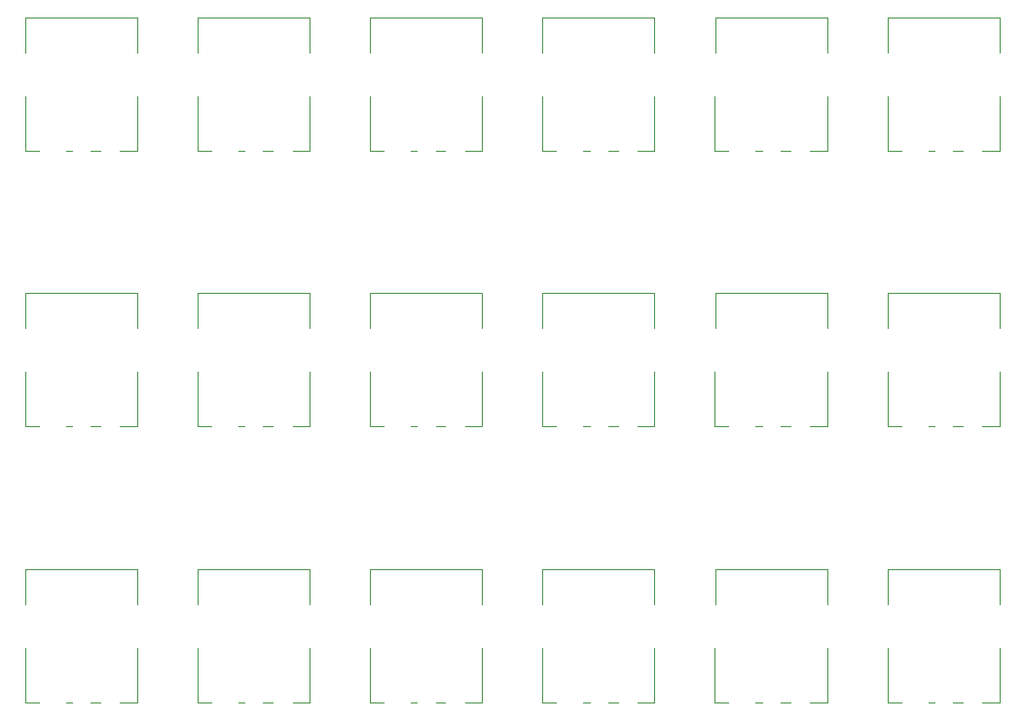
<source format=gbr>
%TF.GenerationSoftware,KiCad,Pcbnew,(6.0.0-0)*%
%TF.CreationDate,2022-11-22T11:37:48-05:00*%
%TF.ProjectId,Breakout-Potentiometer-Panel,42726561-6b6f-4757-942d-506f74656e74,rev?*%
%TF.SameCoordinates,Original*%
%TF.FileFunction,Legend,Top*%
%TF.FilePolarity,Positive*%
%FSLAX46Y46*%
G04 Gerber Fmt 4.6, Leading zero omitted, Abs format (unit mm)*
G04 Created by KiCad (PCBNEW (6.0.0-0)) date 2022-11-22 11:37:48*
%MOMM*%
%LPD*%
G01*
G04 APERTURE LIST*
%ADD10C,0.120000*%
G04 APERTURE END LIST*
D10*
%TO.C,RV14*%
X109620000Y-120294000D02*
X109620000Y-115574000D01*
X116160000Y-120294000D02*
X115330000Y-120294000D01*
X119370000Y-111764000D02*
X119370000Y-108704000D01*
X113710000Y-120294000D02*
X113180000Y-120294000D01*
X119370000Y-108704000D02*
X109630000Y-108704000D01*
X110810000Y-120294000D02*
X109630000Y-120294000D01*
X109630000Y-111764000D02*
X109630000Y-108704000D01*
X119370000Y-120294000D02*
X119370000Y-115574000D01*
X119370000Y-120294000D02*
X117880000Y-120294000D01*
%TO.C,RV3*%
X131160000Y-72294000D02*
X130330000Y-72294000D01*
X124620000Y-72294000D02*
X124620000Y-67574000D01*
X134370000Y-63764000D02*
X134370000Y-60704000D01*
X134370000Y-72294000D02*
X134370000Y-67574000D01*
X125810000Y-72294000D02*
X124630000Y-72294000D01*
X134370000Y-60704000D02*
X124630000Y-60704000D01*
X134370000Y-72294000D02*
X132880000Y-72294000D01*
X124630000Y-63764000D02*
X124630000Y-60704000D01*
X128710000Y-72294000D02*
X128180000Y-72294000D01*
%TO.C,RV15*%
X134370000Y-111764000D02*
X134370000Y-108704000D01*
X134370000Y-120294000D02*
X132880000Y-120294000D01*
X124630000Y-111764000D02*
X124630000Y-108704000D01*
X125810000Y-120294000D02*
X124630000Y-120294000D01*
X134370000Y-120294000D02*
X134370000Y-115574000D01*
X124620000Y-120294000D02*
X124620000Y-115574000D01*
X134370000Y-108704000D02*
X124630000Y-108704000D01*
X131160000Y-120294000D02*
X130330000Y-120294000D01*
X128710000Y-120294000D02*
X128180000Y-120294000D01*
%TO.C,RV1*%
X98710000Y-72294000D02*
X98180000Y-72294000D01*
X104370000Y-60704000D02*
X94630000Y-60704000D01*
X104370000Y-72294000D02*
X102880000Y-72294000D01*
X94620000Y-72294000D02*
X94620000Y-67574000D01*
X104370000Y-63764000D02*
X104370000Y-60704000D01*
X101160000Y-72294000D02*
X100330000Y-72294000D01*
X94630000Y-63764000D02*
X94630000Y-60704000D01*
X95810000Y-72294000D02*
X94630000Y-72294000D01*
X104370000Y-72294000D02*
X104370000Y-67574000D01*
%TO.C,RV11*%
X154620000Y-96294000D02*
X154620000Y-91574000D01*
X155810000Y-96294000D02*
X154630000Y-96294000D01*
X164370000Y-84704000D02*
X154630000Y-84704000D01*
X158710000Y-96294000D02*
X158180000Y-96294000D01*
X154630000Y-87764000D02*
X154630000Y-84704000D01*
X164370000Y-87764000D02*
X164370000Y-84704000D01*
X164370000Y-96294000D02*
X164370000Y-91574000D01*
X161160000Y-96294000D02*
X160330000Y-96294000D01*
X164370000Y-96294000D02*
X162880000Y-96294000D01*
%TO.C,RV17*%
X154630000Y-111764000D02*
X154630000Y-108704000D01*
X164370000Y-108704000D02*
X154630000Y-108704000D01*
X158710000Y-120294000D02*
X158180000Y-120294000D01*
X154620000Y-120294000D02*
X154620000Y-115574000D01*
X164370000Y-120294000D02*
X164370000Y-115574000D01*
X164370000Y-120294000D02*
X162880000Y-120294000D01*
X161160000Y-120294000D02*
X160330000Y-120294000D01*
X164370000Y-111764000D02*
X164370000Y-108704000D01*
X155810000Y-120294000D02*
X154630000Y-120294000D01*
%TO.C,RV7*%
X94630000Y-87764000D02*
X94630000Y-84704000D01*
X104370000Y-84704000D02*
X94630000Y-84704000D01*
X94620000Y-96294000D02*
X94620000Y-91574000D01*
X95810000Y-96294000D02*
X94630000Y-96294000D01*
X101160000Y-96294000D02*
X100330000Y-96294000D01*
X104370000Y-96294000D02*
X102880000Y-96294000D01*
X104370000Y-87764000D02*
X104370000Y-84704000D01*
X98710000Y-96294000D02*
X98180000Y-96294000D01*
X104370000Y-96294000D02*
X104370000Y-91574000D01*
%TO.C,RV12*%
X179370000Y-96294000D02*
X179370000Y-91574000D01*
X179370000Y-87764000D02*
X179370000Y-84704000D01*
X173710000Y-96294000D02*
X173180000Y-96294000D01*
X179370000Y-96294000D02*
X177880000Y-96294000D01*
X179370000Y-84704000D02*
X169630000Y-84704000D01*
X169620000Y-96294000D02*
X169620000Y-91574000D01*
X176160000Y-96294000D02*
X175330000Y-96294000D01*
X170810000Y-96294000D02*
X169630000Y-96294000D01*
X169630000Y-87764000D02*
X169630000Y-84704000D01*
%TO.C,RV6*%
X169630000Y-63764000D02*
X169630000Y-60704000D01*
X169620000Y-72294000D02*
X169620000Y-67574000D01*
X179370000Y-63764000D02*
X179370000Y-60704000D01*
X179370000Y-60704000D02*
X169630000Y-60704000D01*
X179370000Y-72294000D02*
X177880000Y-72294000D01*
X170810000Y-72294000D02*
X169630000Y-72294000D01*
X173710000Y-72294000D02*
X173180000Y-72294000D01*
X179370000Y-72294000D02*
X179370000Y-67574000D01*
X176160000Y-72294000D02*
X175330000Y-72294000D01*
%TO.C,RV9*%
X128710000Y-96294000D02*
X128180000Y-96294000D01*
X134370000Y-84704000D02*
X124630000Y-84704000D01*
X134370000Y-87764000D02*
X134370000Y-84704000D01*
X134370000Y-96294000D02*
X134370000Y-91574000D01*
X134370000Y-96294000D02*
X132880000Y-96294000D01*
X131160000Y-96294000D02*
X130330000Y-96294000D01*
X125810000Y-96294000D02*
X124630000Y-96294000D01*
X124620000Y-96294000D02*
X124620000Y-91574000D01*
X124630000Y-87764000D02*
X124630000Y-84704000D01*
%TO.C,RV18*%
X169630000Y-111764000D02*
X169630000Y-108704000D01*
X176160000Y-120294000D02*
X175330000Y-120294000D01*
X170810000Y-120294000D02*
X169630000Y-120294000D01*
X179370000Y-120294000D02*
X179370000Y-115574000D01*
X179370000Y-108704000D02*
X169630000Y-108704000D01*
X179370000Y-111764000D02*
X179370000Y-108704000D01*
X179370000Y-120294000D02*
X177880000Y-120294000D01*
X173710000Y-120294000D02*
X173180000Y-120294000D01*
X169620000Y-120294000D02*
X169620000Y-115574000D01*
%TO.C,RV2*%
X109630000Y-63764000D02*
X109630000Y-60704000D01*
X119370000Y-60704000D02*
X109630000Y-60704000D01*
X119370000Y-63764000D02*
X119370000Y-60704000D01*
X119370000Y-72294000D02*
X117880000Y-72294000D01*
X113710000Y-72294000D02*
X113180000Y-72294000D01*
X116160000Y-72294000D02*
X115330000Y-72294000D01*
X110810000Y-72294000D02*
X109630000Y-72294000D01*
X119370000Y-72294000D02*
X119370000Y-67574000D01*
X109620000Y-72294000D02*
X109620000Y-67574000D01*
%TO.C,RV5*%
X154630000Y-63764000D02*
X154630000Y-60704000D01*
X164370000Y-63764000D02*
X164370000Y-60704000D01*
X164370000Y-72294000D02*
X164370000Y-67574000D01*
X158710000Y-72294000D02*
X158180000Y-72294000D01*
X164370000Y-60704000D02*
X154630000Y-60704000D01*
X161160000Y-72294000D02*
X160330000Y-72294000D01*
X155810000Y-72294000D02*
X154630000Y-72294000D01*
X154620000Y-72294000D02*
X154620000Y-67574000D01*
X164370000Y-72294000D02*
X162880000Y-72294000D01*
%TO.C,RV10*%
X149370000Y-96294000D02*
X149370000Y-91574000D01*
X149370000Y-96294000D02*
X147880000Y-96294000D01*
X143710000Y-96294000D02*
X143180000Y-96294000D01*
X139630000Y-87764000D02*
X139630000Y-84704000D01*
X139620000Y-96294000D02*
X139620000Y-91574000D01*
X149370000Y-87764000D02*
X149370000Y-84704000D01*
X149370000Y-84704000D02*
X139630000Y-84704000D01*
X140810000Y-96294000D02*
X139630000Y-96294000D01*
X146160000Y-96294000D02*
X145330000Y-96294000D01*
%TO.C,RV4*%
X149370000Y-72294000D02*
X147880000Y-72294000D01*
X139630000Y-63764000D02*
X139630000Y-60704000D01*
X149370000Y-63764000D02*
X149370000Y-60704000D01*
X139620000Y-72294000D02*
X139620000Y-67574000D01*
X149370000Y-60704000D02*
X139630000Y-60704000D01*
X146160000Y-72294000D02*
X145330000Y-72294000D01*
X149370000Y-72294000D02*
X149370000Y-67574000D01*
X140810000Y-72294000D02*
X139630000Y-72294000D01*
X143710000Y-72294000D02*
X143180000Y-72294000D01*
%TO.C,RV13*%
X101160000Y-120294000D02*
X100330000Y-120294000D01*
X98710000Y-120294000D02*
X98180000Y-120294000D01*
X104370000Y-120294000D02*
X102880000Y-120294000D01*
X104370000Y-120294000D02*
X104370000Y-115574000D01*
X94620000Y-120294000D02*
X94620000Y-115574000D01*
X104370000Y-108704000D02*
X94630000Y-108704000D01*
X104370000Y-111764000D02*
X104370000Y-108704000D01*
X95810000Y-120294000D02*
X94630000Y-120294000D01*
X94630000Y-111764000D02*
X94630000Y-108704000D01*
%TO.C,RV16*%
X146160000Y-120294000D02*
X145330000Y-120294000D01*
X149370000Y-120294000D02*
X149370000Y-115574000D01*
X139630000Y-111764000D02*
X139630000Y-108704000D01*
X143710000Y-120294000D02*
X143180000Y-120294000D01*
X149370000Y-111764000D02*
X149370000Y-108704000D01*
X149370000Y-108704000D02*
X139630000Y-108704000D01*
X140810000Y-120294000D02*
X139630000Y-120294000D01*
X149370000Y-120294000D02*
X147880000Y-120294000D01*
X139620000Y-120294000D02*
X139620000Y-115574000D01*
%TO.C,RV8*%
X109630000Y-87764000D02*
X109630000Y-84704000D01*
X113710000Y-96294000D02*
X113180000Y-96294000D01*
X119370000Y-84704000D02*
X109630000Y-84704000D01*
X119370000Y-96294000D02*
X119370000Y-91574000D01*
X110810000Y-96294000D02*
X109630000Y-96294000D01*
X119370000Y-87764000D02*
X119370000Y-84704000D01*
X119370000Y-96294000D02*
X117880000Y-96294000D01*
X116160000Y-96294000D02*
X115330000Y-96294000D01*
X109620000Y-96294000D02*
X109620000Y-91574000D01*
%TD*%
M02*

</source>
